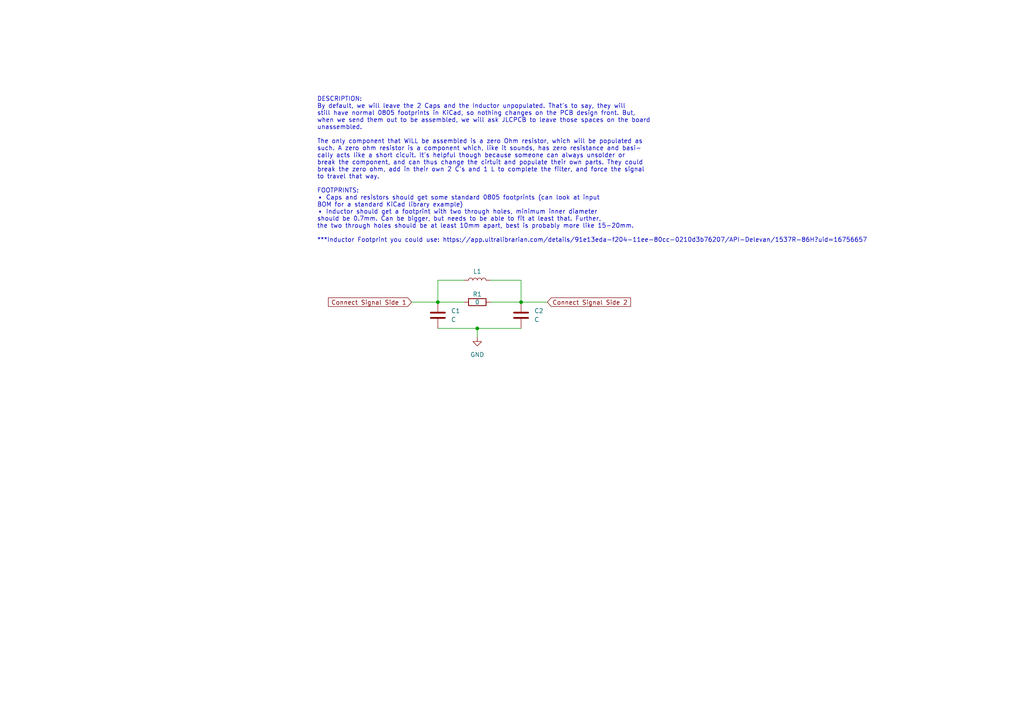
<source format=kicad_sch>
(kicad_sch (version 20231120) (generator "eeschema") (generator_version "8.0")
  (paper "A4")
  (lib_symbols
    (symbol "Device:C" (pin_numbers hide) (pin_names (offset 0.254))
      (property "Reference" "C" (at 0.635 2.54 0))
      (property "Value" "C" (at 0.635 -2.54 0))
      (symbol "C_0_1"
        (polyline (pts (xy -2.032 -0.762) (xy 2.032 -0.762)) (stroke (width 0.508)))
        (polyline (pts (xy -2.032 0.762) (xy 2.032 0.762)) (stroke (width 0.508)))
      )
      (symbol "C_1_1"
        (pin passive line (at 0 3.81 270) (length 2.794) (name "~") (number "1"))
        (pin passive line (at 0 -3.81 90) (length 2.794) (name "~") (number "2"))
      )
    )
    (symbol "Device:L" (pin_numbers hide) (pin_names (offset 1.016) hide)
      (property "Reference" "L" (at -1.27 0 90))
      (property "Value" "L" (at 1.905 0 90))
      (symbol "L_0_1"
        (arc (start 0 -2.54) (mid 0.6323 -1.905) (end 0 -1.27))
        (arc (start 0 -1.27) (mid 0.6323 -0.635) (end 0 0))
        (arc (start 0 0) (mid 0.6323 0.635) (end 0 1.27))
        (arc (start 0 1.27) (mid 0.6323 1.905) (end 0 2.54))
      )
      (symbol "L_1_1"
        (pin passive line (at 0 3.81 270) (length 1.27) (name "1") (number "1"))
        (pin passive line (at 0 -3.81 90) (length 1.27) (name "2") (number "2"))
      )
    )
    (symbol "Device:R" (pin_numbers hide) (pin_names (offset 0))
      (property "Reference" "R" (at 2.032 0 90))
      (property "Value" "R" (at 0 0 90))
      (symbol "R_0_1"
        (rectangle (start -1.016 -2.54) (end 1.016 2.54) (stroke (width 0.254)))
      )
      (symbol "R_1_1"
        (pin passive line (at 0 3.81 270) (length 1.27) (name "~") (number "1"))
        (pin passive line (at 0 -3.81 90) (length 1.27) (name "~") (number "2"))
      )
    )
    (symbol "power:GND" (power) (pin_numbers hide) (pin_names (offset 0) hide)
      (property "Value" "GND" (at 0 -3.81 0))
      (symbol "GND_0_1"
        (polyline (pts (xy 0 0) (xy 0 -1.27) (xy 1.27 -1.27) (xy 0 -2.54) (xy -1.27 -1.27) (xy 0 -1.27)))
      )
      (symbol "GND_1_1"
        (pin power_in line (at 0 0 270) (length 0) (name "~") (number "1"))
      )
    )
  )
  (junction (at 138.43 95.25))
  (junction (at 151.13 87.63))
  (junction (at 127 87.63))
  (wire (pts (xy 142.24 87.63) (xy 151.13 87.63)))
  (wire (pts (xy 151.13 81.28) (xy 151.13 87.63)))
  (wire (pts (xy 127 87.63) (xy 134.62 87.63)))
  (wire (pts (xy 138.43 97.79) (xy 138.43 95.25)))
  (wire (pts (xy 151.13 87.63) (xy 158.75 87.63)))
  (wire (pts (xy 127 95.25) (xy 138.43 95.25)))
  (wire (pts (xy 119.38 87.63) (xy 127 87.63)))
  (wire (pts (xy 127 81.28) (xy 127 87.63)))
  (wire (pts (xy 134.62 81.28) (xy 127 81.28)))
  (wire (pts (xy 138.43 95.25) (xy 151.13 95.25)))
  (wire (pts (xy 142.24 81.28) (xy 151.13 81.28)))
  (text "DESCRIPTION:\nBy default, we will leave the 2 Caps and the Inductor unpopulated. That's to say, they will \nstill have normal 0805 footprints in KiCad, so nothing changes on the PCB design front. But, \nwhen we send them out to be assembled, we will ask JLCPCB to leave those spaces on the board \nunassembled. \n\nThe only component that WILL be assembled is a zero Ohm resistor, which will be populated as \nsuch. A zero ohm resistor is a component which, like it sounds, has zero resistance and basi-\ncally acts like a short cicuit. It's helpful though because someone can always unsolder or \nbreak the component, and can thus change the cirtuit and populate their own parts. They could\nbreak the zero ohm, add in their own 2 C's and 1 L to complete the filter, and force the signal \nto travel that way.\n\nFOOTPRINTS:\n• Caps and resistors should get some standard 0805 footprints (can look at input \nBOM for a standard KiCad library example)\n• Inductor should get a footprint with two through holes, minimum inner diameter\nshould be 0.7mm. Can be bigger, but needs to be able to fit at least that. Further,\nthe two through holes should be at least 10mm apart, best is probably more like 15-20mm.\n\n***Inductor Footprint you could use: https://app.ultralibrarian.com/details/91e13eda-f204-11ee-80cc-0210d3b76207/API-Delevan/1537R-86H?uid=16756657\n" (at 91.948 49.276 0) (effects (font (size 1.27 1.27)) (justify left)))
  (global_label "Connect Signal Side 2" (shape input) (at 158.75 87.63 0) (property "Intersheetrefs" "${INTERSHEET_REFS}" (effects (hide yes))))
  (global_label "Connect Signal Side 1" (shape input) (at 119.38 87.63 180) (property "Intersheetrefs" "${INTERSHEET_REFS}" (effects (hide yes))))
  (symbol (lib_id "Device:R") (at 138.43 87.63 90) (unit 1)
    (property "Reference" "R1" (at 138.43 85.344 90))
    (property "Value" "0" (at 138.43 87.63 90))
    (property "Description" "Resistor" (effects (hide yes)))
  )
  (symbol (lib_id "Device:L") (at 138.43 81.28 90) (unit 1)
    (property "Reference" "L1" (at 138.43 78.74 90))
    (property "Value" "L" (effects (hide yes)))
    (property "Description" "Inductor" (effects (hide yes)))
  )
  (symbol (lib_id "Device:C") (at 151.13 91.44 0) (unit 1)
    (property "Reference" "C2" (at 154.94 90.1699 0) (effects (justify left)))
    (property "Value" "C" (at 154.94 92.7099 0) (effects (justify left)))
    (property "Description" "Unpolarized capacitor" (effects (hide yes)))
  )
  (symbol (lib_id "power:GND") (at 138.43 97.79 0) (unit 1)
    (property "Reference" "#PWR01" (effects (hide yes)))
    (property "Value" "GND" (at 138.43 102.87 0))
    (property "Description" "Power symbol creates a global label with name \"GND\" , ground" (effects (hide yes)))
  )
  (symbol (lib_id "Device:C") (at 127 91.44 0) (unit 1)
    (property "Reference" "C1" (at 130.81 90.1699 0) (effects (justify left)))
    (property "Value" "C" (at 130.81 92.7099 0) (effects (justify left)))
    (property "Description" "Unpolarized capacitor" (effects (hide yes)))
  )
)
</source>
